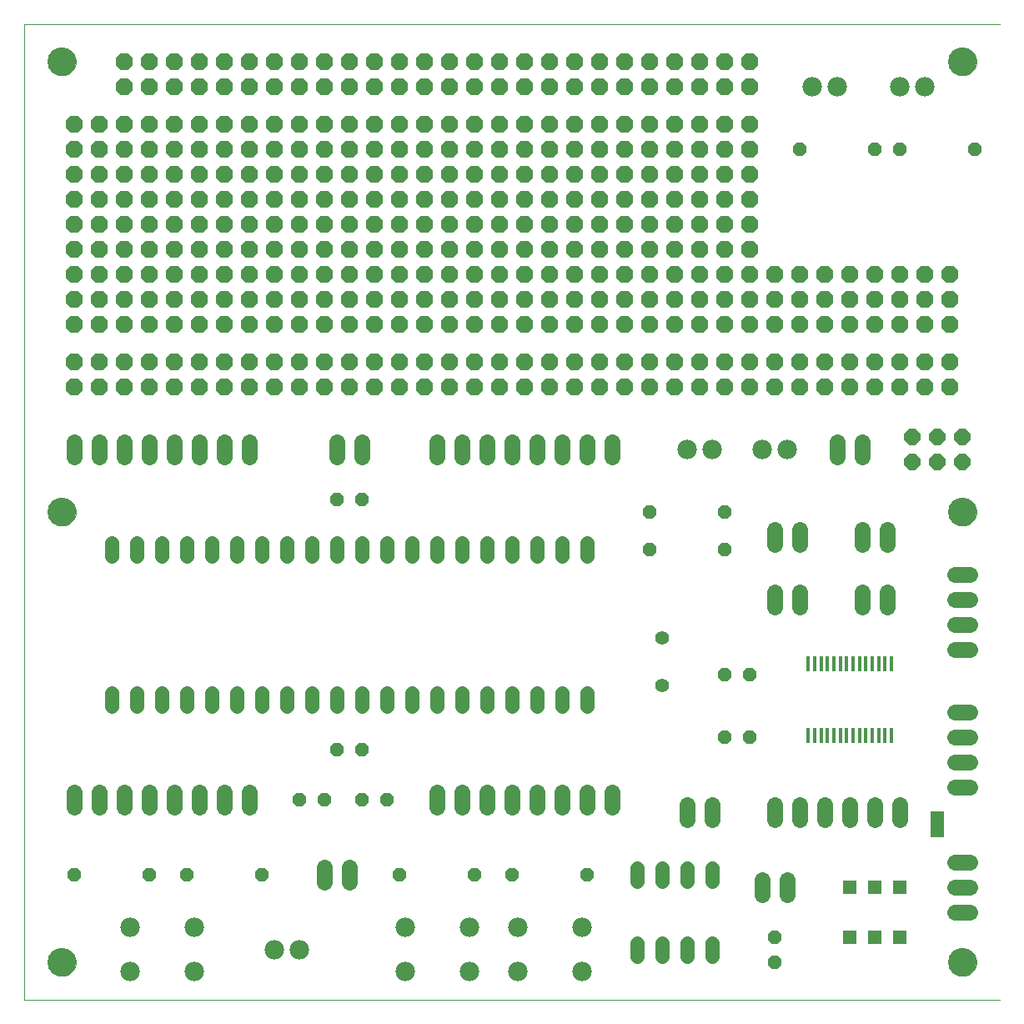
<source format=gts>
G75*
%MOIN*%
%OFA0B0*%
%FSLAX24Y24*%
%IPPOS*%
%LPD*%
%AMOC8*
5,1,8,0,0,1.08239X$1,22.5*
%
%ADD10C,0.0000*%
%ADD11C,0.1142*%
%ADD12R,0.0177X0.0590*%
%ADD13C,0.0560*%
%ADD14OC8,0.0560*%
%ADD15C,0.0640*%
%ADD16C,0.0780*%
%ADD17R,0.0555X0.0555*%
%ADD18R,0.0540X0.0540*%
%ADD19C,0.0560*%
%ADD20OC8,0.0640*%
%ADD21OC8,0.0670*%
D10*
X000180Y000180D02*
X000180Y039180D01*
X039180Y039180D01*
X037129Y037680D02*
X037131Y037727D01*
X037137Y037773D01*
X037147Y037819D01*
X037160Y037864D01*
X037178Y037907D01*
X037199Y037949D01*
X037223Y037989D01*
X037251Y038026D01*
X037282Y038061D01*
X037316Y038094D01*
X037352Y038123D01*
X037391Y038149D01*
X037432Y038172D01*
X037475Y038191D01*
X037519Y038207D01*
X037564Y038219D01*
X037610Y038227D01*
X037657Y038231D01*
X037703Y038231D01*
X037750Y038227D01*
X037796Y038219D01*
X037841Y038207D01*
X037885Y038191D01*
X037928Y038172D01*
X037969Y038149D01*
X038008Y038123D01*
X038044Y038094D01*
X038078Y038061D01*
X038109Y038026D01*
X038137Y037989D01*
X038161Y037949D01*
X038182Y037907D01*
X038200Y037864D01*
X038213Y037819D01*
X038223Y037773D01*
X038229Y037727D01*
X038231Y037680D01*
X038229Y037633D01*
X038223Y037587D01*
X038213Y037541D01*
X038200Y037496D01*
X038182Y037453D01*
X038161Y037411D01*
X038137Y037371D01*
X038109Y037334D01*
X038078Y037299D01*
X038044Y037266D01*
X038008Y037237D01*
X037969Y037211D01*
X037928Y037188D01*
X037885Y037169D01*
X037841Y037153D01*
X037796Y037141D01*
X037750Y037133D01*
X037703Y037129D01*
X037657Y037129D01*
X037610Y037133D01*
X037564Y037141D01*
X037519Y037153D01*
X037475Y037169D01*
X037432Y037188D01*
X037391Y037211D01*
X037352Y037237D01*
X037316Y037266D01*
X037282Y037299D01*
X037251Y037334D01*
X037223Y037371D01*
X037199Y037411D01*
X037178Y037453D01*
X037160Y037496D01*
X037147Y037541D01*
X037137Y037587D01*
X037131Y037633D01*
X037129Y037680D01*
X037129Y019680D02*
X037131Y019727D01*
X037137Y019773D01*
X037147Y019819D01*
X037160Y019864D01*
X037178Y019907D01*
X037199Y019949D01*
X037223Y019989D01*
X037251Y020026D01*
X037282Y020061D01*
X037316Y020094D01*
X037352Y020123D01*
X037391Y020149D01*
X037432Y020172D01*
X037475Y020191D01*
X037519Y020207D01*
X037564Y020219D01*
X037610Y020227D01*
X037657Y020231D01*
X037703Y020231D01*
X037750Y020227D01*
X037796Y020219D01*
X037841Y020207D01*
X037885Y020191D01*
X037928Y020172D01*
X037969Y020149D01*
X038008Y020123D01*
X038044Y020094D01*
X038078Y020061D01*
X038109Y020026D01*
X038137Y019989D01*
X038161Y019949D01*
X038182Y019907D01*
X038200Y019864D01*
X038213Y019819D01*
X038223Y019773D01*
X038229Y019727D01*
X038231Y019680D01*
X038229Y019633D01*
X038223Y019587D01*
X038213Y019541D01*
X038200Y019496D01*
X038182Y019453D01*
X038161Y019411D01*
X038137Y019371D01*
X038109Y019334D01*
X038078Y019299D01*
X038044Y019266D01*
X038008Y019237D01*
X037969Y019211D01*
X037928Y019188D01*
X037885Y019169D01*
X037841Y019153D01*
X037796Y019141D01*
X037750Y019133D01*
X037703Y019129D01*
X037657Y019129D01*
X037610Y019133D01*
X037564Y019141D01*
X037519Y019153D01*
X037475Y019169D01*
X037432Y019188D01*
X037391Y019211D01*
X037352Y019237D01*
X037316Y019266D01*
X037282Y019299D01*
X037251Y019334D01*
X037223Y019371D01*
X037199Y019411D01*
X037178Y019453D01*
X037160Y019496D01*
X037147Y019541D01*
X037137Y019587D01*
X037131Y019633D01*
X037129Y019680D01*
X037129Y001680D02*
X037131Y001727D01*
X037137Y001773D01*
X037147Y001819D01*
X037160Y001864D01*
X037178Y001907D01*
X037199Y001949D01*
X037223Y001989D01*
X037251Y002026D01*
X037282Y002061D01*
X037316Y002094D01*
X037352Y002123D01*
X037391Y002149D01*
X037432Y002172D01*
X037475Y002191D01*
X037519Y002207D01*
X037564Y002219D01*
X037610Y002227D01*
X037657Y002231D01*
X037703Y002231D01*
X037750Y002227D01*
X037796Y002219D01*
X037841Y002207D01*
X037885Y002191D01*
X037928Y002172D01*
X037969Y002149D01*
X038008Y002123D01*
X038044Y002094D01*
X038078Y002061D01*
X038109Y002026D01*
X038137Y001989D01*
X038161Y001949D01*
X038182Y001907D01*
X038200Y001864D01*
X038213Y001819D01*
X038223Y001773D01*
X038229Y001727D01*
X038231Y001680D01*
X038229Y001633D01*
X038223Y001587D01*
X038213Y001541D01*
X038200Y001496D01*
X038182Y001453D01*
X038161Y001411D01*
X038137Y001371D01*
X038109Y001334D01*
X038078Y001299D01*
X038044Y001266D01*
X038008Y001237D01*
X037969Y001211D01*
X037928Y001188D01*
X037885Y001169D01*
X037841Y001153D01*
X037796Y001141D01*
X037750Y001133D01*
X037703Y001129D01*
X037657Y001129D01*
X037610Y001133D01*
X037564Y001141D01*
X037519Y001153D01*
X037475Y001169D01*
X037432Y001188D01*
X037391Y001211D01*
X037352Y001237D01*
X037316Y001266D01*
X037282Y001299D01*
X037251Y001334D01*
X037223Y001371D01*
X037199Y001411D01*
X037178Y001453D01*
X037160Y001496D01*
X037147Y001541D01*
X037137Y001587D01*
X037131Y001633D01*
X037129Y001680D01*
X039180Y000180D02*
X000180Y000180D01*
X001129Y001680D02*
X001131Y001727D01*
X001137Y001773D01*
X001147Y001819D01*
X001160Y001864D01*
X001178Y001907D01*
X001199Y001949D01*
X001223Y001989D01*
X001251Y002026D01*
X001282Y002061D01*
X001316Y002094D01*
X001352Y002123D01*
X001391Y002149D01*
X001432Y002172D01*
X001475Y002191D01*
X001519Y002207D01*
X001564Y002219D01*
X001610Y002227D01*
X001657Y002231D01*
X001703Y002231D01*
X001750Y002227D01*
X001796Y002219D01*
X001841Y002207D01*
X001885Y002191D01*
X001928Y002172D01*
X001969Y002149D01*
X002008Y002123D01*
X002044Y002094D01*
X002078Y002061D01*
X002109Y002026D01*
X002137Y001989D01*
X002161Y001949D01*
X002182Y001907D01*
X002200Y001864D01*
X002213Y001819D01*
X002223Y001773D01*
X002229Y001727D01*
X002231Y001680D01*
X002229Y001633D01*
X002223Y001587D01*
X002213Y001541D01*
X002200Y001496D01*
X002182Y001453D01*
X002161Y001411D01*
X002137Y001371D01*
X002109Y001334D01*
X002078Y001299D01*
X002044Y001266D01*
X002008Y001237D01*
X001969Y001211D01*
X001928Y001188D01*
X001885Y001169D01*
X001841Y001153D01*
X001796Y001141D01*
X001750Y001133D01*
X001703Y001129D01*
X001657Y001129D01*
X001610Y001133D01*
X001564Y001141D01*
X001519Y001153D01*
X001475Y001169D01*
X001432Y001188D01*
X001391Y001211D01*
X001352Y001237D01*
X001316Y001266D01*
X001282Y001299D01*
X001251Y001334D01*
X001223Y001371D01*
X001199Y001411D01*
X001178Y001453D01*
X001160Y001496D01*
X001147Y001541D01*
X001137Y001587D01*
X001131Y001633D01*
X001129Y001680D01*
X001129Y019680D02*
X001131Y019727D01*
X001137Y019773D01*
X001147Y019819D01*
X001160Y019864D01*
X001178Y019907D01*
X001199Y019949D01*
X001223Y019989D01*
X001251Y020026D01*
X001282Y020061D01*
X001316Y020094D01*
X001352Y020123D01*
X001391Y020149D01*
X001432Y020172D01*
X001475Y020191D01*
X001519Y020207D01*
X001564Y020219D01*
X001610Y020227D01*
X001657Y020231D01*
X001703Y020231D01*
X001750Y020227D01*
X001796Y020219D01*
X001841Y020207D01*
X001885Y020191D01*
X001928Y020172D01*
X001969Y020149D01*
X002008Y020123D01*
X002044Y020094D01*
X002078Y020061D01*
X002109Y020026D01*
X002137Y019989D01*
X002161Y019949D01*
X002182Y019907D01*
X002200Y019864D01*
X002213Y019819D01*
X002223Y019773D01*
X002229Y019727D01*
X002231Y019680D01*
X002229Y019633D01*
X002223Y019587D01*
X002213Y019541D01*
X002200Y019496D01*
X002182Y019453D01*
X002161Y019411D01*
X002137Y019371D01*
X002109Y019334D01*
X002078Y019299D01*
X002044Y019266D01*
X002008Y019237D01*
X001969Y019211D01*
X001928Y019188D01*
X001885Y019169D01*
X001841Y019153D01*
X001796Y019141D01*
X001750Y019133D01*
X001703Y019129D01*
X001657Y019129D01*
X001610Y019133D01*
X001564Y019141D01*
X001519Y019153D01*
X001475Y019169D01*
X001432Y019188D01*
X001391Y019211D01*
X001352Y019237D01*
X001316Y019266D01*
X001282Y019299D01*
X001251Y019334D01*
X001223Y019371D01*
X001199Y019411D01*
X001178Y019453D01*
X001160Y019496D01*
X001147Y019541D01*
X001137Y019587D01*
X001131Y019633D01*
X001129Y019680D01*
X001129Y037680D02*
X001131Y037727D01*
X001137Y037773D01*
X001147Y037819D01*
X001160Y037864D01*
X001178Y037907D01*
X001199Y037949D01*
X001223Y037989D01*
X001251Y038026D01*
X001282Y038061D01*
X001316Y038094D01*
X001352Y038123D01*
X001391Y038149D01*
X001432Y038172D01*
X001475Y038191D01*
X001519Y038207D01*
X001564Y038219D01*
X001610Y038227D01*
X001657Y038231D01*
X001703Y038231D01*
X001750Y038227D01*
X001796Y038219D01*
X001841Y038207D01*
X001885Y038191D01*
X001928Y038172D01*
X001969Y038149D01*
X002008Y038123D01*
X002044Y038094D01*
X002078Y038061D01*
X002109Y038026D01*
X002137Y037989D01*
X002161Y037949D01*
X002182Y037907D01*
X002200Y037864D01*
X002213Y037819D01*
X002223Y037773D01*
X002229Y037727D01*
X002231Y037680D01*
X002229Y037633D01*
X002223Y037587D01*
X002213Y037541D01*
X002200Y037496D01*
X002182Y037453D01*
X002161Y037411D01*
X002137Y037371D01*
X002109Y037334D01*
X002078Y037299D01*
X002044Y037266D01*
X002008Y037237D01*
X001969Y037211D01*
X001928Y037188D01*
X001885Y037169D01*
X001841Y037153D01*
X001796Y037141D01*
X001750Y037133D01*
X001703Y037129D01*
X001657Y037129D01*
X001610Y037133D01*
X001564Y037141D01*
X001519Y037153D01*
X001475Y037169D01*
X001432Y037188D01*
X001391Y037211D01*
X001352Y037237D01*
X001316Y037266D01*
X001282Y037299D01*
X001251Y037334D01*
X001223Y037371D01*
X001199Y037411D01*
X001178Y037453D01*
X001160Y037496D01*
X001147Y037541D01*
X001137Y037587D01*
X001131Y037633D01*
X001129Y037680D01*
D11*
X001680Y037680D03*
X001680Y019680D03*
X001680Y001680D03*
X037680Y001680D03*
X037680Y019680D03*
X037680Y037680D03*
D12*
X034843Y013619D03*
X034587Y013619D03*
X034332Y013619D03*
X034076Y013619D03*
X033820Y013619D03*
X033564Y013619D03*
X033308Y013619D03*
X033052Y013619D03*
X032796Y013619D03*
X032540Y013619D03*
X032284Y013619D03*
X032028Y013619D03*
X031773Y013619D03*
X031517Y013619D03*
X031517Y010741D03*
X031773Y010741D03*
X032028Y010741D03*
X032284Y010741D03*
X032540Y010741D03*
X032796Y010741D03*
X033052Y010741D03*
X033308Y010741D03*
X033564Y010741D03*
X033820Y010741D03*
X034076Y010741D03*
X034332Y010741D03*
X034587Y010741D03*
X034843Y010741D03*
D13*
X027680Y005440D02*
X027680Y004920D01*
X026680Y004920D02*
X026680Y005440D01*
X025680Y005440D02*
X025680Y004920D01*
X024680Y004920D02*
X024680Y005440D01*
X024680Y002440D02*
X024680Y001920D01*
X025680Y001920D02*
X025680Y002440D01*
X026680Y002440D02*
X026680Y001920D01*
X027680Y001920D02*
X027680Y002440D01*
X022680Y011920D02*
X022680Y012440D01*
X021680Y012440D02*
X021680Y011920D01*
X020680Y011920D02*
X020680Y012440D01*
X019680Y012440D02*
X019680Y011920D01*
X018680Y011920D02*
X018680Y012440D01*
X017680Y012440D02*
X017680Y011920D01*
X016680Y011920D02*
X016680Y012440D01*
X015680Y012440D02*
X015680Y011920D01*
X014680Y011920D02*
X014680Y012440D01*
X013680Y012440D02*
X013680Y011920D01*
X012680Y011920D02*
X012680Y012440D01*
X011680Y012440D02*
X011680Y011920D01*
X010680Y011920D02*
X010680Y012440D01*
X009680Y012440D02*
X009680Y011920D01*
X008680Y011920D02*
X008680Y012440D01*
X007680Y012440D02*
X007680Y011920D01*
X006680Y011920D02*
X006680Y012440D01*
X005680Y012440D02*
X005680Y011920D01*
X004680Y011920D02*
X004680Y012440D01*
X003680Y012440D02*
X003680Y011920D01*
X003680Y017920D02*
X003680Y018440D01*
X004680Y018440D02*
X004680Y017920D01*
X005680Y017920D02*
X005680Y018440D01*
X006680Y018440D02*
X006680Y017920D01*
X007680Y017920D02*
X007680Y018440D01*
X008680Y018440D02*
X008680Y017920D01*
X009680Y017920D02*
X009680Y018440D01*
X010680Y018440D02*
X010680Y017920D01*
X011680Y017920D02*
X011680Y018440D01*
X012680Y018440D02*
X012680Y017920D01*
X013680Y017920D02*
X013680Y018440D01*
X014680Y018440D02*
X014680Y017920D01*
X015680Y017920D02*
X015680Y018440D01*
X016680Y018440D02*
X016680Y017920D01*
X017680Y017920D02*
X017680Y018440D01*
X018680Y018440D02*
X018680Y017920D01*
X019680Y017920D02*
X019680Y018440D01*
X020680Y018440D02*
X020680Y017920D01*
X021680Y017920D02*
X021680Y018440D01*
X022680Y018440D02*
X022680Y017920D01*
D14*
X025180Y018180D03*
X025180Y019680D03*
X028180Y019680D03*
X028180Y018180D03*
X028180Y013180D03*
X029180Y013180D03*
X029180Y010680D03*
X028180Y010680D03*
X022680Y005180D03*
X019680Y005180D03*
X018180Y005180D03*
X015180Y005180D03*
X014680Y008180D03*
X013680Y008180D03*
X012180Y008180D03*
X011180Y008180D03*
X012680Y010180D03*
X013680Y010180D03*
X009680Y005180D03*
X006680Y005180D03*
X005180Y005180D03*
X002180Y005180D03*
X012680Y020180D03*
X013680Y020180D03*
X031180Y034180D03*
X034180Y034180D03*
X035180Y034180D03*
X038180Y034180D03*
X030180Y002680D03*
X030180Y001680D03*
D15*
X029680Y004380D02*
X029680Y004980D01*
X030680Y004980D02*
X030680Y004380D01*
X030180Y007380D02*
X030180Y007980D01*
X031180Y007980D02*
X031180Y007380D01*
X032180Y007380D02*
X032180Y007980D01*
X033180Y007980D02*
X033180Y007380D01*
X034180Y007380D02*
X034180Y007980D01*
X035180Y007980D02*
X035180Y007380D01*
X037380Y008680D02*
X037980Y008680D01*
X037980Y009680D02*
X037380Y009680D01*
X037380Y010680D02*
X037980Y010680D01*
X037980Y011680D02*
X037380Y011680D01*
X037380Y014180D02*
X037980Y014180D01*
X037980Y015180D02*
X037380Y015180D01*
X037380Y016180D02*
X037980Y016180D01*
X037980Y017180D02*
X037380Y017180D01*
X034680Y016480D02*
X034680Y015880D01*
X033680Y015880D02*
X033680Y016480D01*
X033680Y018380D02*
X033680Y018980D01*
X034680Y018980D02*
X034680Y018380D01*
X031180Y018380D02*
X031180Y018980D01*
X030180Y018980D02*
X030180Y018380D01*
X030180Y016480D02*
X030180Y015880D01*
X031180Y015880D02*
X031180Y016480D01*
X032680Y021880D02*
X032680Y022480D01*
X033680Y022480D02*
X033680Y021880D01*
X023680Y021880D02*
X023680Y022480D01*
X022680Y022480D02*
X022680Y021880D01*
X021680Y021880D02*
X021680Y022480D01*
X020680Y022480D02*
X020680Y021880D01*
X019680Y021880D02*
X019680Y022480D01*
X018680Y022480D02*
X018680Y021880D01*
X017680Y021880D02*
X017680Y022480D01*
X016680Y022480D02*
X016680Y021880D01*
X013680Y021880D02*
X013680Y022480D01*
X012680Y022480D02*
X012680Y021880D01*
X009180Y021880D02*
X009180Y022480D01*
X008180Y022480D02*
X008180Y021880D01*
X007180Y021880D02*
X007180Y022480D01*
X006180Y022480D02*
X006180Y021880D01*
X005180Y021880D02*
X005180Y022480D01*
X004180Y022480D02*
X004180Y021880D01*
X003180Y021880D02*
X003180Y022480D01*
X002180Y022480D02*
X002180Y021880D01*
X002180Y008480D02*
X002180Y007880D01*
X003180Y007880D02*
X003180Y008480D01*
X004180Y008480D02*
X004180Y007880D01*
X005180Y007880D02*
X005180Y008480D01*
X006180Y008480D02*
X006180Y007880D01*
X007180Y007880D02*
X007180Y008480D01*
X008180Y008480D02*
X008180Y007880D01*
X009180Y007880D02*
X009180Y008480D01*
X012180Y005480D02*
X012180Y004880D01*
X013180Y004880D02*
X013180Y005480D01*
X016680Y007880D02*
X016680Y008480D01*
X017680Y008480D02*
X017680Y007880D01*
X018680Y007880D02*
X018680Y008480D01*
X019680Y008480D02*
X019680Y007880D01*
X020680Y007880D02*
X020680Y008480D01*
X021680Y008480D02*
X021680Y007880D01*
X022680Y007880D02*
X022680Y008480D01*
X023680Y008480D02*
X023680Y007880D01*
X026680Y007980D02*
X026680Y007380D01*
X027680Y007380D02*
X027680Y007980D01*
X037380Y005680D02*
X037980Y005680D01*
X037980Y004680D02*
X037380Y004680D01*
X037380Y003680D02*
X037980Y003680D01*
D16*
X022460Y003070D03*
X022460Y001290D03*
X019900Y001290D03*
X019900Y003070D03*
X017960Y003070D03*
X017960Y001290D03*
X015400Y001290D03*
X015400Y003070D03*
X011180Y002180D03*
X010180Y002180D03*
X006960Y001290D03*
X006960Y003070D03*
X004400Y003070D03*
X004400Y001290D03*
X026680Y022180D03*
X027680Y022180D03*
X029680Y022180D03*
X030680Y022180D03*
X031680Y036680D03*
X032680Y036680D03*
X035180Y036680D03*
X036180Y036680D03*
D17*
X035180Y004680D03*
X034180Y004680D03*
X033180Y004680D03*
X033180Y002680D03*
X034180Y002680D03*
X035180Y002680D03*
D18*
X036680Y006930D03*
X036680Y007430D03*
D19*
X025680Y012730D03*
X025680Y014630D03*
D20*
X035680Y021680D03*
X035680Y022680D03*
X036680Y022680D03*
X036680Y021680D03*
X037680Y021680D03*
X037680Y022680D03*
D21*
X037180Y024680D03*
X037180Y025680D03*
X036180Y025680D03*
X035180Y025680D03*
X035180Y024680D03*
X036180Y024680D03*
X034180Y024680D03*
X034180Y025680D03*
X033180Y025680D03*
X032180Y025680D03*
X032180Y024680D03*
X033180Y024680D03*
X031180Y024680D03*
X030180Y024680D03*
X030180Y025680D03*
X031180Y025680D03*
X031180Y027180D03*
X031180Y028180D03*
X030180Y028180D03*
X030180Y027180D03*
X029180Y027180D03*
X029180Y028180D03*
X028180Y028180D03*
X028180Y027180D03*
X027180Y027180D03*
X027180Y028180D03*
X026180Y028180D03*
X026180Y027180D03*
X025180Y027180D03*
X025180Y028180D03*
X024180Y028180D03*
X024180Y027180D03*
X023180Y027180D03*
X023180Y028180D03*
X022180Y028180D03*
X022180Y027180D03*
X021180Y027180D03*
X021180Y028180D03*
X020180Y028180D03*
X020180Y027180D03*
X019180Y027180D03*
X019180Y028180D03*
X018180Y028180D03*
X018180Y027180D03*
X017180Y027180D03*
X017180Y028180D03*
X017180Y029180D03*
X017180Y030180D03*
X017180Y031180D03*
X017180Y032180D03*
X017180Y033180D03*
X017180Y034180D03*
X017180Y035180D03*
X016180Y035180D03*
X015180Y035180D03*
X015180Y034180D03*
X015180Y033180D03*
X016180Y033180D03*
X016180Y034180D03*
X016180Y032180D03*
X016180Y031180D03*
X015180Y031180D03*
X015180Y032180D03*
X014180Y032180D03*
X014180Y031180D03*
X013180Y031180D03*
X013180Y032180D03*
X013180Y033180D03*
X013180Y034180D03*
X014180Y034180D03*
X014180Y033180D03*
X014180Y035180D03*
X013180Y035180D03*
X012180Y035180D03*
X011180Y035180D03*
X011180Y034180D03*
X011180Y033180D03*
X012180Y033180D03*
X012180Y034180D03*
X012180Y032180D03*
X012180Y031180D03*
X011180Y031180D03*
X011180Y032180D03*
X010180Y032180D03*
X010180Y031180D03*
X009180Y031180D03*
X009180Y032180D03*
X009180Y033180D03*
X009180Y034180D03*
X010180Y034180D03*
X010180Y033180D03*
X010180Y035180D03*
X009180Y035180D03*
X008180Y035180D03*
X007180Y035180D03*
X007180Y034180D03*
X007180Y033180D03*
X008180Y033180D03*
X008180Y034180D03*
X008180Y032180D03*
X008180Y031180D03*
X007180Y031180D03*
X007180Y032180D03*
X006180Y032180D03*
X006180Y031180D03*
X005180Y031180D03*
X005180Y032180D03*
X005180Y033180D03*
X005180Y034180D03*
X006180Y034180D03*
X006180Y033180D03*
X006180Y035180D03*
X005180Y035180D03*
X004180Y035180D03*
X003180Y035180D03*
X003180Y034180D03*
X003180Y033180D03*
X004180Y033180D03*
X004180Y034180D03*
X004180Y032180D03*
X004180Y031180D03*
X003180Y031180D03*
X003180Y032180D03*
X002180Y032180D03*
X002180Y031180D03*
X002180Y030180D03*
X002180Y029180D03*
X002180Y028180D03*
X002180Y027180D03*
X003180Y027180D03*
X003180Y028180D03*
X004180Y028180D03*
X004180Y027180D03*
X005180Y027180D03*
X005180Y028180D03*
X006180Y028180D03*
X006180Y027180D03*
X007180Y027180D03*
X007180Y028180D03*
X008180Y028180D03*
X008180Y027180D03*
X009180Y027180D03*
X009180Y028180D03*
X010180Y028180D03*
X010180Y027180D03*
X011180Y027180D03*
X011180Y028180D03*
X012180Y028180D03*
X012180Y027180D03*
X013180Y027180D03*
X013180Y028180D03*
X014180Y028180D03*
X014180Y027180D03*
X015180Y027180D03*
X015180Y028180D03*
X016180Y028180D03*
X016180Y027180D03*
X016180Y025680D03*
X015180Y025680D03*
X015180Y024680D03*
X016180Y024680D03*
X017180Y024680D03*
X017180Y025680D03*
X018180Y025680D03*
X019180Y025680D03*
X019180Y024680D03*
X018180Y024680D03*
X020180Y024680D03*
X021180Y024680D03*
X021180Y025680D03*
X020180Y025680D03*
X022180Y025680D03*
X023180Y025680D03*
X023180Y024680D03*
X022180Y024680D03*
X024180Y024680D03*
X025180Y024680D03*
X025180Y025680D03*
X024180Y025680D03*
X026180Y025680D03*
X027180Y025680D03*
X027180Y024680D03*
X026180Y024680D03*
X028180Y024680D03*
X029180Y024680D03*
X029180Y025680D03*
X028180Y025680D03*
X028180Y029180D03*
X028180Y030180D03*
X029180Y030180D03*
X029180Y029180D03*
X030180Y029180D03*
X031180Y029180D03*
X032180Y029180D03*
X033180Y029180D03*
X033180Y028180D03*
X033180Y027180D03*
X032180Y027180D03*
X032180Y028180D03*
X034180Y028180D03*
X034180Y027180D03*
X035180Y027180D03*
X035180Y028180D03*
X036180Y028180D03*
X036180Y027180D03*
X037180Y027180D03*
X037180Y028180D03*
X037180Y029180D03*
X036180Y029180D03*
X035180Y029180D03*
X034180Y029180D03*
X029180Y031180D03*
X029180Y032180D03*
X028180Y032180D03*
X028180Y031180D03*
X027180Y031180D03*
X027180Y032180D03*
X026180Y032180D03*
X026180Y031180D03*
X026180Y030180D03*
X026180Y029180D03*
X027180Y029180D03*
X027180Y030180D03*
X025180Y030180D03*
X025180Y029180D03*
X024180Y029180D03*
X024180Y030180D03*
X024180Y031180D03*
X024180Y032180D03*
X025180Y032180D03*
X025180Y031180D03*
X025180Y033180D03*
X025180Y034180D03*
X024180Y034180D03*
X024180Y033180D03*
X023180Y033180D03*
X023180Y034180D03*
X022180Y034180D03*
X022180Y033180D03*
X022180Y032180D03*
X022180Y031180D03*
X023180Y031180D03*
X023180Y032180D03*
X023180Y030180D03*
X023180Y029180D03*
X022180Y029180D03*
X022180Y030180D03*
X021180Y030180D03*
X021180Y029180D03*
X020180Y029180D03*
X020180Y030180D03*
X020180Y031180D03*
X020180Y032180D03*
X021180Y032180D03*
X021180Y031180D03*
X021180Y033180D03*
X021180Y034180D03*
X020180Y034180D03*
X020180Y033180D03*
X019180Y033180D03*
X019180Y034180D03*
X018180Y034180D03*
X018180Y033180D03*
X018180Y032180D03*
X018180Y031180D03*
X019180Y031180D03*
X019180Y032180D03*
X019180Y030180D03*
X019180Y029180D03*
X018180Y029180D03*
X018180Y030180D03*
X016180Y030180D03*
X016180Y029180D03*
X015180Y029180D03*
X015180Y030180D03*
X014180Y030180D03*
X014180Y029180D03*
X013180Y029180D03*
X013180Y030180D03*
X012180Y030180D03*
X012180Y029180D03*
X011180Y029180D03*
X011180Y030180D03*
X010180Y030180D03*
X010180Y029180D03*
X009180Y029180D03*
X009180Y030180D03*
X008180Y030180D03*
X008180Y029180D03*
X007180Y029180D03*
X007180Y030180D03*
X006180Y030180D03*
X006180Y029180D03*
X005180Y029180D03*
X005180Y030180D03*
X004180Y030180D03*
X004180Y029180D03*
X003180Y029180D03*
X003180Y030180D03*
X002180Y033180D03*
X002180Y034180D03*
X002180Y035180D03*
X004180Y036680D03*
X004180Y037680D03*
X005180Y037680D03*
X005180Y036680D03*
X006180Y036680D03*
X006180Y037680D03*
X007180Y037680D03*
X007180Y036680D03*
X008180Y036680D03*
X008180Y037680D03*
X009180Y037680D03*
X009180Y036680D03*
X010180Y036680D03*
X010180Y037680D03*
X011180Y037680D03*
X011180Y036680D03*
X012180Y036680D03*
X012180Y037680D03*
X013180Y037680D03*
X013180Y036680D03*
X014180Y036680D03*
X014180Y037680D03*
X015180Y037680D03*
X015180Y036680D03*
X016180Y036680D03*
X016180Y037680D03*
X017180Y037680D03*
X017180Y036680D03*
X018180Y036680D03*
X018180Y037680D03*
X019180Y037680D03*
X019180Y036680D03*
X020180Y036680D03*
X020180Y037680D03*
X021180Y037680D03*
X021180Y036680D03*
X022180Y036680D03*
X022180Y037680D03*
X023180Y037680D03*
X023180Y036680D03*
X024180Y036680D03*
X024180Y037680D03*
X025180Y037680D03*
X025180Y036680D03*
X026180Y036680D03*
X026180Y037680D03*
X027180Y037680D03*
X027180Y036680D03*
X028180Y036680D03*
X028180Y037680D03*
X029180Y037680D03*
X029180Y036680D03*
X029180Y035180D03*
X028180Y035180D03*
X028180Y034180D03*
X028180Y033180D03*
X029180Y033180D03*
X029180Y034180D03*
X027180Y034180D03*
X027180Y033180D03*
X026180Y033180D03*
X026180Y034180D03*
X026180Y035180D03*
X027180Y035180D03*
X025180Y035180D03*
X024180Y035180D03*
X023180Y035180D03*
X022180Y035180D03*
X021180Y035180D03*
X020180Y035180D03*
X019180Y035180D03*
X018180Y035180D03*
X014180Y025680D03*
X013180Y025680D03*
X013180Y024680D03*
X014180Y024680D03*
X012180Y024680D03*
X011180Y024680D03*
X011180Y025680D03*
X012180Y025680D03*
X010180Y025680D03*
X009180Y025680D03*
X009180Y024680D03*
X010180Y024680D03*
X008180Y024680D03*
X007180Y024680D03*
X007180Y025680D03*
X008180Y025680D03*
X006180Y025680D03*
X005180Y025680D03*
X005180Y024680D03*
X006180Y024680D03*
X004180Y024680D03*
X003180Y024680D03*
X003180Y025680D03*
X004180Y025680D03*
X002180Y025680D03*
X002180Y024680D03*
M02*

</source>
